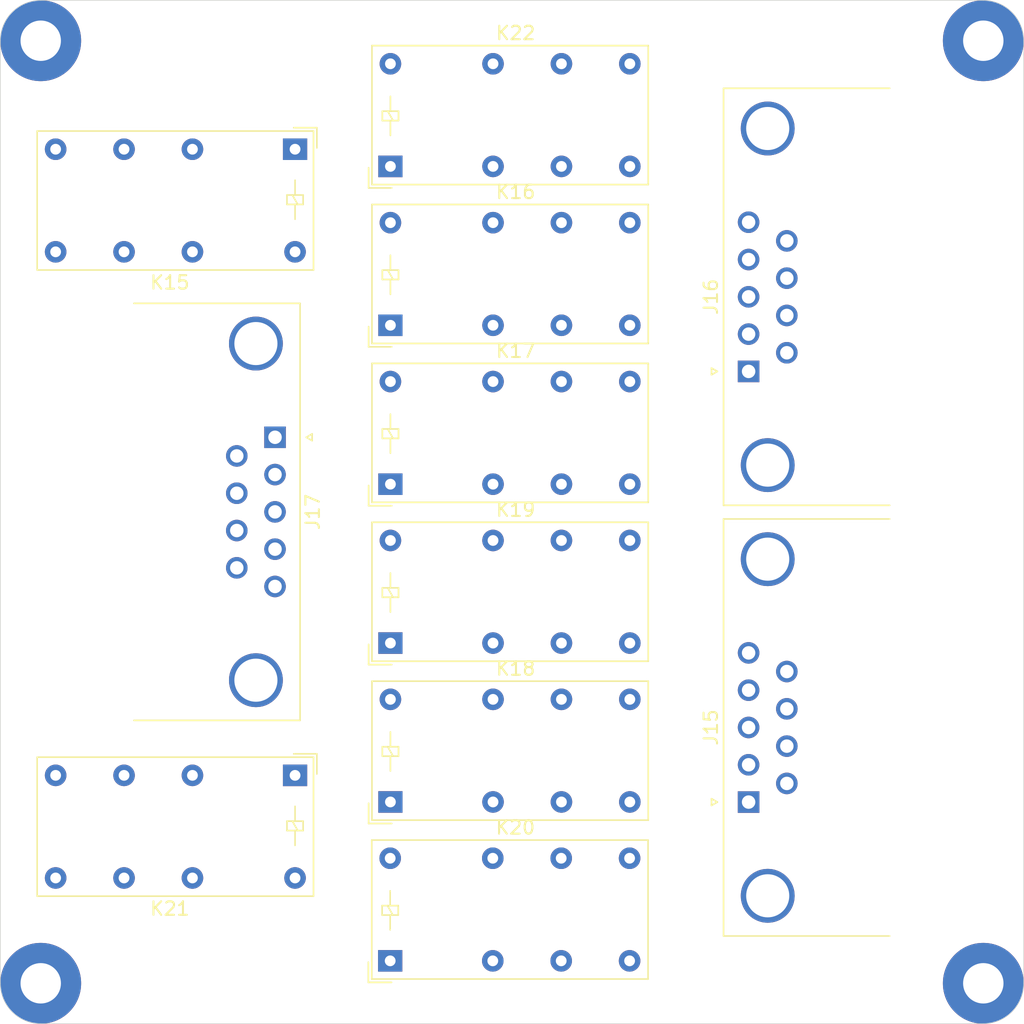
<source format=kicad_pcb>
(kicad_pcb (version 20211014) (generator pcbnew)
  (layers (0 "F.Cu" signal) (31 "B.Cu" signal) (34 "B.Paste" user) (35 "F.Paste" user) (36 "B.SilkS" user "B.Silkscreen") (37 "F.SilkS" user "F.Silkscreen") (38 "B.Mask" user) (39 "F.Mask" user) (44 "Edge.Cuts" user))
  (net 0 "")
  (footprint "Connector_Dsub:DSUB-9_Male_Horizontal_P2.77x2.84mm_EdgePinOffset7.70mm_Housed_MountingHolesOffset9.12mm" (layer "F.Cu") (at 122.830331 90.255001 -90)
    (fp_text reference "J17" (at 5.54 -2.8 90) (layer "F.SilkS"))
    (fp_text value "External COM")
    (fp_line (start -9.945 10.48) (end -9.945 -1.86) (layer "F.SilkS") (width 0.12))
    (fp_line (start 0 -2.321325) (end -0.25 -2.754338) (layer "F.SilkS") (width 0.12))
    (fp_line (start -0.25 -2.754338) (end 0.25 -2.754338) (layer "F.SilkS") (width 0.12))
    (fp_line (start 0.25 -2.754338) (end 0 -2.321325) (layer "F.SilkS") (width 0.12))
    (fp_line (start -9.945 -1.86) (end 21.025 -1.86) (layer "F.SilkS") (width 0.12))
    (fp_line (start 21.025 -1.86) (end 21.025 10.48) (layer "F.SilkS") (width 0.12))
    (pad "0" thru_hole circle (at 18.04 1.42 270) (size 4 4) (drill 3.2) (layers *.Cu *.Mask))
    (pad "0" thru_hole circle (at -6.96 1.42 270) (size 4 4) (drill 3.2) (layers *.Cu *.Mask))
    (pad "1" thru_hole rect (at 0 0 270) (size 1.6 1.6) (drill 1) (layers *.Cu *.Mask))
    (pad "2" thru_hole circle (at 2.77 0 270) (size 1.6 1.6) (drill 1) (layers *.Cu *.Mask))
    (pad "3" thru_hole circle (at 5.54 0 270) (size 1.6 1.6) (drill 1) (layers *.Cu *.Mask))
    (pad "4" thru_hole circle (at 8.31 0 270) (size 1.6 1.6) (drill 1) (layers *.Cu *.Mask))
    (pad "5" thru_hole circle (at 11.08 0 270) (size 1.6 1.6) (drill 1) (layers *.Cu *.Mask))
    (pad "6" thru_hole circle (at 1.385 2.84 270) (size 1.6 1.6) (drill 1) (layers *.Cu *.Mask))
    (pad "7" thru_hole circle (at 4.155 2.84 270) (size 1.6 1.6) (drill 1) (layers *.Cu *.Mask))
    (pad "8" thru_hole circle (at 6.925 2.84 270) (size 1.6 1.6) (drill 1) (layers *.Cu *.Mask))
    (pad "9" thru_hole circle (at 9.695 2.84 270) (size 1.6 1.6) (drill 1) (layers *.Cu *.Mask))
  )
  (footprint "Relay_THT:Relay_DPDT_Finder_30.22" (layer "F.Cu") (at 131.400331 81.9375)
    (fp_text reference "K16" (at 9.3 -9.9) (layer "F.SilkS"))
    (fp_text value "FINDER-40.52")
    (fp_line (start -1.37 1.35) (end -1.37 -8.97) (layer "F.SilkS") (width 0.12))
    (fp_line (start -1.37 -8.97) (end 19.15 -8.97) (layer "F.SilkS") (width 0.12))
    (fp_line (start -0.6 -4.1) (end -0.6 -3.4) (layer "F.SilkS") (width 0.12))
    (fp_line (start 19.15 1.35) (end -1.37 1.35) (layer "F.SilkS") (width 0.12))
    (fp_line (start 0 -3.4) (end 0 -2.3) (layer "F.SilkS") (width 0.12))
    (fp_line (start 0.1 1.6) (end -1.62 1.6) (layer "F.SilkS") (width 0.12))
    (fp_line (start 0.2 -3.4) (end -0.2 -4.1) (layer "F.SilkS") (width 0.12))
    (fp_line (start -0.6 -3.4) (end 0.6 -3.4) (layer "F.SilkS") (width 0.12))
    (fp_line (start 0 -4.1) (end 0 -5.2) (layer "F.SilkS") (width 0.12))
    (fp_line (start 0.6 -3.4) (end 0.6 -4.1) (layer "F.SilkS") (width 0.12))
    (fp_line (start -1.62 1.6) (end -1.62 0.1) (layer "F.SilkS") (width 0.12))
    (fp_line (start 0.6 -4.1) (end -0.6 -4.1) (layer "F.SilkS") (width 0.12))
    (fp_line (start 19.15 -8.97) (end 19.15 1.35) (layer "F.SilkS") (width 0.12))
    (pad "11" thru_hole circle (at 7.62 0 90) (size 1.6 1.6) (drill 0.8) (layers *.Cu *.Mask))
    (pad "12" thru_hole circle (at 12.7 0 90) (size 1.6 1.6) (drill 0.8) (layers *.Cu *.Mask))
    (pad "14" thru_hole circle (at 17.78 0 90) (size 1.6 1.6) (drill 0.8) (layers *.Cu *.Mask))
    (pad "21" thru_hole circle (at 7.62 -7.62 90) (size 1.6 1.6) (drill 0.8) (layers *.Cu *.Mask))
    (pad "22" thru_hole circle (at 12.7 -7.62 90) (size 1.6 1.6) (drill 0.8) (layers *.Cu *.Mask))
    (pad "24" thru_hole circle (at 17.78 -7.62 180) (size 1.6 1.6) (drill 0.8) (layers *.Cu *.Mask))
    (pad "A1" thru_hole rect (at 0 0 90) (size 1.6 1.8) (drill 0.8) (layers *.Cu *.Mask))
    (pad "A2" thru_hole circle (at 0 -7.62 90) (size 1.6 1.6) (drill 0.8) (layers *.Cu *.Mask))
  )
  (footprint "Connector_Dsub:DSUB-9_Male_Horizontal_P2.77x2.84mm_EdgePinOffset7.70mm_Housed_MountingHolesOffset9.12mm" (layer "F.Cu") (at 158 85.363334 90)
    (fp_text reference "J16" (at 5.54 -2.8 90) (layer "F.SilkS"))
    (fp_text value "TS-480 COM")
    (fp_line (start 21.025 -1.86) (end 21.025 10.48) (layer "F.SilkS") (width 0.12))
    (fp_line (start -9.945 -1.86) (end 21.025 -1.86) (layer "F.SilkS") (width 0.12))
    (fp_line (start 0 -2.321325) (end -0.25 -2.754338) (layer "F.SilkS") (width 0.12))
    (fp_line (start -9.945 10.48) (end -9.945 -1.86) (layer "F.SilkS") (width 0.12))
    (fp_line (start 0.25 -2.754338) (end 0 -2.321325) (layer "F.SilkS") (width 0.12))
    (fp_line (start -0.25 -2.754338) (end 0.25 -2.754338) (layer "F.SilkS") (width 0.12))
    (pad "0" thru_hole circle (at -6.96 1.42 90) (size 4 4) (drill 3.2) (layers *.Cu *.Mask))
    (pad "0" thru_hole circle (at 18.04 1.42 90) (size 4 4) (drill 3.2) (layers *.Cu *.Mask))
    (pad "1" thru_hole rect (at 0 0 90) (size 1.6 1.6) (drill 1) (layers *.Cu *.Mask))
    (pad "2" thru_hole circle (at 2.77 0 90) (size 1.6 1.6) (drill 1) (layers *.Cu *.Mask))
    (pad "3" thru_hole circle (at 5.54 0 90) (size 1.6 1.6) (drill 1) (layers *.Cu *.Mask))
    (pad "4" thru_hole circle (at 8.31 0 90) (size 1.6 1.6) (drill 1) (layers *.Cu *.Mask))
    (pad "5" thru_hole circle (at 11.08 0 90) (size 1.6 1.6) (drill 1) (layers *.Cu *.Mask))
    (pad "6" thru_hole circle (at 1.385 2.84 90) (size 1.6 1.6) (drill 1) (layers *.Cu *.Mask))
    (pad "7" thru_hole circle (at 4.155 2.84 90) (size 1.6 1.6) (drill 1) (layers *.Cu *.Mask))
    (pad "8" thru_hole circle (at 6.925 2.84 90) (size 1.6 1.6) (drill 1) (layers *.Cu *.Mask))
    (pad "9" thru_hole circle (at 9.695 2.84 90) (size 1.6 1.6) (drill 1) (layers *.Cu *.Mask))
  )
  (footprint "Relay_THT:Relay_DPDT_Finder_30.22" (layer "F.Cu") (at 131.400331 70.1375)
    (fp_text reference "K22" (at 9.3 -9.9) (layer "F.SilkS"))
    (fp_text value "FINDER-40.52")
    (fp_line (start 0 -4.1) (end 0 -5.2) (layer "F.SilkS") (width 0.12))
    (fp_line (start -0.6 -3.4) (end 0.6 -3.4) (layer "F.SilkS") (width 0.12))
    (fp_line (start -1.37 1.35) (end -1.37 -8.97) (layer "F.SilkS") (width 0.12))
    (fp_line (start -1.37 -8.97) (end 19.15 -8.97) (layer "F.SilkS") (width 0.12))
    (fp_line (start 0.6 -3.4) (end 0.6 -4.1) (layer "F.SilkS") (width 0.12))
    (fp_line (start -1.62 1.6) (end -1.62 0.1) (layer "F.SilkS") (width 0.12))
    (fp_line (start -0.6 -4.1) (end -0.6 -3.4) (layer "F.SilkS") (width 0.12))
    (fp_line (start 19.15 -8.97) (end 19.15 1.35) (layer "F.SilkS") (width 0.12))
    (fp_line (start 0.2 -3.4) (end -0.2 -4.1) (layer "F.SilkS") (width 0.12))
    (fp_line (start 0 -3.4) (end 0 -2.3) (layer "F.SilkS") (width 0.12))
    (fp_line (start 19.15 1.35) (end -1.37 1.35) (layer "F.SilkS") (width 0.12))
    (fp_line (start 0.6 -4.1) (end -0.6 -4.1) (layer "F.SilkS") (width 0.12))
    (fp_line (start 0.1 1.6) (end -1.62 1.6) (layer "F.SilkS") (width 0.12))
    (pad "11" thru_hole circle (at 7.62 0 90) (size 1.6 1.6) (drill 0.8) (layers *.Cu *.Mask))
    (pad "12" thru_hole circle (at 12.7 0 90) (size 1.6 1.6) (drill 0.8) (layers *.Cu *.Mask))
    (pad "14" thru_hole circle (at 17.78 0 90) (size 1.6 1.6) (drill 0.8) (layers *.Cu *.Mask))
    (pad "21" thru_hole circle (at 7.62 -7.62 90) (size 1.6 1.6) (drill 0.8) (layers *.Cu *.Mask))
    (pad "22" thru_hole circle (at 12.7 -7.62 90) (size 1.6 1.6) (drill 0.8) (layers *.Cu *.Mask))
    (pad "24" thru_hole circle (at 17.78 -7.62 180) (size 1.6 1.6) (drill 0.8) (layers *.Cu *.Mask))
    (pad "A1" thru_hole rect (at 0 0 90) (size 1.6 1.8) (drill 0.8) (layers *.Cu *.Mask))
    (pad "A2" thru_hole circle (at 0 -7.62 90) (size 1.6 1.6) (drill 0.8) (layers *.Cu *.Mask))
  )
  (footprint "Relay_THT:Relay_DPDT_Finder_30.22" (layer "F.Cu") (at 124.3175 115.3625 180)
    (fp_text reference "K21" (at 9.3 -9.9) (layer "F.SilkS"))
    (fp_text value "FINDER-40.52")
    (fp_line (start 0.6 -4.1) (end -0.6 -4.1) (layer "F.SilkS") (width 0.12))
    (fp_line (start -0.6 -4.1) (end -0.6 -3.4) (layer "F.SilkS") (width 0.12))
    (fp_line (start -0.6 -3.4) (end 0.6 -3.4) (layer "F.SilkS") (width 0.12))
    (fp_line (start 0.2 -3.4) (end -0.2 -4.1) (layer "F.SilkS") (width 0.12))
    (fp_line (start 19.15 1.35) (end -1.37 1.35) (layer "F.SilkS") (width 0.12))
    (fp_line (start 0.6 -3.4) (end 0.6 -4.1) (layer "F.SilkS") (width 0.12))
    (fp_line (start -1.37 -8.97) (end 19.15 -8.97) (layer "F.SilkS") (width 0.12))
    (fp_line (start 19.15 -8.97) (end 19.15 1.35) (layer "F.SilkS") (width 0.12))
    (fp_line (start -1.37 1.35) (end -1.37 -8.97) (layer "F.SilkS") (width 0.12))
    (fp_line (start -1.62 1.6) (end -1.62 0.1) (layer "F.SilkS") (width 0.12))
    (fp_line (start 0 -3.4) (end 0 -2.3) (layer "F.SilkS") (width 0.12))
    (fp_line (start 0.1 1.6) (end -1.62 1.6) (layer "F.SilkS") (width 0.12))
    (fp_line (start 0 -4.1) (end 0 -5.2) (layer "F.SilkS") (width 0.12))
    (pad "11" thru_hole circle (at 7.62 0 270) (size 1.6 1.6) (drill 0.8) (layers *.Cu *.Mask))
    (pad "12" thru_hole circle (at 12.7 0 270) (size 1.6 1.6) (drill 0.8) (layers *.Cu *.Mask))
    (pad "14" thru_hole circle (at 17.78 0 270) (size 1.6 1.6) (drill 0.8) (layers *.Cu *.Mask))
    (pad "21" thru_hole circle (at 7.62 -7.62 270) (size 1.6 1.6) (drill 0.8) (layers *.Cu *.Mask))
    (pad "22" thru_hole circle (at 12.7 -7.62 270) (size 1.6 1.6) (drill 0.8) (layers *.Cu *.Mask))
    (pad "24" thru_hole circle (at 17.78 -7.62) (size 1.6 1.6) (drill 0.8) (layers *.Cu *.Mask))
    (pad "A1" thru_hole rect (at 0 0 270) (size 1.6 1.8) (drill 0.8) (layers *.Cu *.Mask))
    (pad "A2" thru_hole circle (at 0 -7.62 270) (size 1.6 1.6) (drill 0.8) (layers *.Cu *.Mask))
  )
  (footprint "Connector_Dsub:DSUB-9_Male_Horizontal_P2.77x2.84mm_EdgePinOffset7.70mm_Housed_MountingHolesOffset9.12mm" (layer "F.Cu") (at 158 117.346667 90)
    (fp_text reference "J15" (at 5.54 -2.8 90) (layer "F.SilkS"))
    (fp_text value "D-700 COM")
    (fp_line (start 0.25 -2.754338) (end 0 -2.321325) (layer "F.SilkS") (width 0.12))
    (fp_line (start -9.945 -1.86) (end 21.025 -1.86) (layer "F.SilkS") (width 0.12))
    (fp_line (start -0.25 -2.754338) (end 0.25 -2.754338) (layer "F.SilkS") (width 0.12))
    (fp_line (start -9.945 10.48) (end -9.945 -1.86) (layer "F.SilkS") (width 0.12))
    (fp_line (start 21.025 -1.86) (end 21.025 10.48) (layer "F.SilkS") (width 0.12))
    (fp_line (start 0 -2.321325) (end -0.25 -2.754338) (layer "F.SilkS") (width 0.12))
    (pad "0" thru_hole circle (at -6.96 1.42 90) (size 4 4) (drill 3.2) (layers *.Cu *.Mask))
    (pad "0" thru_hole circle (at 18.04 1.42 90) (size 4 4) (drill 3.2) (layers *.Cu *.Mask))
    (pad "1" thru_hole rect (at 0 0 90) (size 1.6 1.6) (drill 1) (layers *.Cu *.Mask))
    (pad "2" thru_hole circle (at 2.77 0 90) (size 1.6 1.6) (drill 1) (layers *.Cu *.Mask))
    (pad "3" thru_hole circle (at 5.54 0 90) (size 1.6 1.6) (drill 1) (layers *.Cu *.Mask))
    (pad "4" thru_hole circle (at 8.31 0 90) (size 1.6 1.6) (drill 1) (layers *.Cu *.Mask))
    (pad "5" thru_hole circle (at 11.08 0 90) (size 1.6 1.6) (drill 1) (layers *.Cu *.Mask))
    (pad "6" thru_hole circle (at 1.385 2.84 90) (size 1.6 1.6) (drill 1) (layers *.Cu *.Mask))
    (pad "7" thru_hole circle (at 4.155 2.84 90) (size 1.6 1.6) (drill 1) (layers *.Cu *.Mask))
    (pad "8" thru_hole circle (at 6.925 2.84 90) (size 1.6 1.6) (drill 1) (layers *.Cu *.Mask))
    (pad "9" thru_hole circle (at 9.695 2.84 90) (size 1.6 1.6) (drill 1) (layers *.Cu *.Mask))
  )
  (footprint "Relay_THT:Relay_DPDT_Finder_30.22" (layer "F.Cu") (at 131.400331 105.5375)
    (fp_text reference "K19" (at 9.3 -9.9) (layer "F.SilkS"))
    (fp_text value "FINDER-40.52")
    (fp_line (start 0.6 -4.1) (end -0.6 -4.1) (layer "F.SilkS") (width 0.12))
    (fp_line (start 19.15 -8.97) (end 19.15 1.35) (layer "F.SilkS") (width 0.12))
    (fp_line (start 0.6 -3.4) (end 0.6 -4.1) (layer "F.SilkS") (width 0.12))
    (fp_line (start 0.1 1.6) (end -1.62 1.6) (layer "F.SilkS") (width 0.12))
    (fp_line (start 19.15 1.35) (end -1.37 1.35) (layer "F.SilkS") (width 0.12))
    (fp_line (start 0.2 -3.4) (end -0.2 -4.1) (layer "F.SilkS") (width 0.12))
    (fp_line (start -0.6 -3.4) (end 0.6 -3.4) (layer "F.SilkS") (width 0.12))
    (fp_line (start -1.37 1.35) (end -1.37 -8.97) (layer "F.SilkS") (width 0.12))
    (fp_line (start -1.37 -8.97) (end 19.15 -8.97) (layer "F.SilkS") (width 0.12))
    (fp_line (start 0 -4.1) (end 0 -5.2) (layer "F.SilkS") (width 0.12))
    (fp_line (start 0 -3.4) (end 0 -2.3) (layer "F.SilkS") (width 0.12))
    (fp_line (start -1.62 1.6) (end -1.62 0.1) (layer "F.SilkS") (width 0.12))
    (fp_line (start -0.6 -4.1) (end -0.6 -3.4) (layer "F.SilkS") (width 0.12))
    (pad "11" thru_hole circle (at 7.62 0 90) (size 1.6 1.6) (drill 0.8) (layers *.Cu *.Mask))
    (pad "12" thru_hole circle (at 12.7 0 90) (size 1.6 1.6) (drill 0.8) (layers *.Cu *.Mask))
    (pad "14" thru_hole circle (at 17.78 0 90) (size 1.6 1.6) (drill 0.8) (layers *.Cu *.Mask))
    (pad "21" thru_hole circle (at 7.62 -7.62 90) (size 1.6 1.6) (drill 0.8) (layers *.Cu *.Mask))
    (pad "22" thru_hole circle (at 12.7 -7.62 90) (size 1.6 1.6) (drill 0.8) (layers *.Cu *.Mask))
    (pad "24" thru_hole circle (at 17.78 -7.62 180) (size 1.6 1.6) (drill 0.8) (layers *.Cu *.Mask))
    (pad "A1" thru_hole rect (at 0 0 90) (size 1.6 1.8) (drill 0.8) (layers *.Cu *.Mask))
    (pad "A2" thru_hole circle (at 0 -7.62 90) (size 1.6 1.6) (drill 0.8) (layers *.Cu *.Mask))
  )
  (footprint "Relay_THT:Relay_DPDT_Finder_30.22" (layer "F.Cu") (at 124.3175 68.8625 180)
    (fp_text reference "K15" (at 9.3 -9.9) (layer "F.SilkS"))
    (fp_text value "FINDER-40.52")
    (fp_line (start -1.37 1.35) (end -1.37 -8.97) (layer "F.SilkS") (width 0.12))
    (fp_line (start 0.6 -3.4) (end 0.6 -4.1) (layer "F.SilkS") (width 0.12))
    (fp_line (start 0 -3.4) (end 0 -2.3) (layer "F.SilkS") (width 0.12))
    (fp_line (start 19.15 -8.97) (end 19.15 1.35) (layer "F.SilkS") (width 0.12))
    (fp_line (start -0.6 -4.1) (end -0.6 -3.4) (layer "F.SilkS") (width 0.12))
    (fp_line (start 0.2 -3.4) (end -0.2 -4.1) (layer "F.SilkS") (width 0.12))
    (fp_line (start 0 -4.1) (end 0 -5.2) (layer "F.SilkS") (width 0.12))
    (fp_line (start -1.62 1.6) (end -1.62 0.1) (layer "F.SilkS") (width 0.12))
    (fp_line (start -0.6 -3.4) (end 0.6 -3.4) (layer "F.SilkS") (width 0.12))
    (fp_line (start 0.6 -4.1) (end -0.6 -4.1) (layer "F.SilkS") (width 0.12))
    (fp_line (start 19.15 1.35) (end -1.37 1.35) (layer "F.SilkS") (width 0.12))
    (fp_line (start -1.37 -8.97) (end 19.15 -8.97) (layer "F.SilkS") (width 0.12))
    (fp_line (start 0.1 1.6) (end -1.62 1.6) (layer "F.SilkS") (width 0.12))
    (pad "11" thru_hole circle (at 7.62 0 270) (size 1.6 1.6) (drill 0.8) (layers *.Cu *.Mask))
    (pad "12" thru_hole circle (at 12.7 0 270) (size 1.6 1.6) (drill 0.8) (layers *.Cu *.Mask))
    (pad "14" thru_hole circle (at 17.78 0 270) (size 1.6 1.6) (drill 0.8) (layers *.Cu *.Mask))
    (pad "21" thru_hole circle (at 7.62 -7.62 270) (size 1.6 1.6) (drill 0.8) (layers *.Cu *.Mask))
    (pad "22" thru_hole circle (at 12.7 -7.62 270) (size 1.6 1.6) (drill 0.8) (layers *.Cu *.Mask))
    (pad "24" thru_hole circle (at 17.78 -7.62) (size 1.6 1.6) (drill 0.8) (layers *.Cu *.Mask))
    (pad "A1" thru_hole rect (at 0 0 270) (size 1.6 1.8) (drill 0.8) (layers *.Cu *.Mask))
    (pad "A2" thru_hole circle (at 0 -7.62 270) (size 1.6 1.6) (drill 0.8) (layers *.Cu *.Mask))
  )
  (footprint "Relay_THT:Relay_DPDT_Finder_30.22" (layer "F.Cu") (at 131.400331 117.3375)
    (fp_text reference "K18" (at 9.3 -9.9) (layer "F.SilkS"))
    (fp_text value "FINDER-40.52")
    (fp_line (start -1.37 1.35) (end -1.37 -8.97) (layer "F.SilkS") (width 0.12))
    (fp_line (start 0.6 -4.1) (end -0.6 -4.1) (layer "F.SilkS") (width 0.12))
    (fp_line (start -1.62 1.6) (end -1.62 0.1) (layer "F.SilkS") (width 0.12))
    (fp_line (start -0.6 -4.1) (end -0.6 -3.4) (layer "F.SilkS") (width 0.12))
    (fp_line (start 0.6 -3.4) (end 0.6 -4.1) (layer "F.SilkS") (width 0.12))
    (fp_line (start 0 -4.1) (end 0 -5.2) (layer "F.SilkS") (width 0.12))
    (fp_line (start 19.15 1.35) (end -1.37 1.35) (layer "F.SilkS") (width 0.12))
    (fp_line (start 0.2 -3.4) (end -0.2 -4.1) (layer "F.SilkS") (width 0.12))
    (fp_line (start 0.1 1.6) (end -1.62 1.6) (layer "F.SilkS") (width 0.12))
    (fp_line (start 0 -3.4) (end 0 -2.3) (layer "F.SilkS") (width 0.12))
    (fp_line (start -1.37 -8.97) (end 19.15 -8.97) (layer "F.SilkS") (width 0.12))
    (fp_line (start -0.6 -3.4) (end 0.6 -3.4) (layer "F.SilkS") (width 0.12))
    (fp_line (start 19.15 -8.97) (end 19.15 1.35) (layer "F.SilkS") (width 0.12))
    (pad "11" thru_hole circle (at 7.62 0 90) (size 1.6 1.6) (drill 0.8) (layers *.Cu *.Mask))
    (pad "12" thru_hole circle (at 12.7 0 90) (size 1.6 1.6) (drill 0.8) (layers *.Cu *.Mask))
    (pad "14" thru_hole circle (at 17.78 0 90) (size 1.6 1.6) (drill 0.8) (layers *.Cu *.Mask))
    (pad "21" thru_hole circle (at 7.62 -7.62 90) (size 1.6 1.6) (drill 0.8) (layers *.Cu *.Mask))
    (pad "22" thru_hole circle (at 12.7 -7.62 90) (size 1.6 1.6) (drill 0.8) (layers *.Cu *.Mask))
    (pad "24" thru_hole circle (at 17.78 -7.62 180) (size 1.6 1.6) (drill 0.8) (layers *.Cu *.Mask))
    (pad "A1" thru_hole rect (at 0 0 90) (size 1.6 1.8) (drill 0.8) (layers *.Cu *.Mask))
    (pad "A2" thru_hole circle (at 0 -7.62 90) (size 1.6 1.6) (drill 0.8) (layers *.Cu *.Mask))
  )
  (footprint "Relay_THT:Relay_DPDT_Finder_30.22" (layer "F.Cu") (at 131.3825 129.1375)
    (fp_text reference "K20" (at 9.3 -9.9) (layer "F.SilkS"))
    (fp_text value "FINDER-40.52")
    (fp_line (start -1.37 1.35) (end -1.37 -8.97) (layer "F.SilkS") (width 0.12))
    (fp_line (start -0.6 -3.4) (end 0.6 -3.4) (layer "F.SilkS") (width 0.12))
    (fp_line (start 19.15 -8.97) (end 19.15 1.35) (layer "F.SilkS") (width 0.12))
    (fp_line (start 19.15 1.35) (end -1.37 1.35) (layer "F.SilkS") (width 0.12))
    (fp_line (start -1.62 1.6) (end -1.62 0.1) (layer "F.SilkS") (width 0.12))
    (fp_line (start 0.1 1.6) (end -1.62 1.6) (layer "F.SilkS") (width 0.12))
    (fp_line (start 0.6 -4.1) (end -0.6 -4.1) (layer "F.SilkS") (width 0.12))
    (fp_line (start 0 -3.4) (end 0 -2.3) (layer "F.SilkS") (width 0.12))
    (fp_line (start -0.6 -4.1) (end -0.6 -3.4) (layer "F.SilkS") (width 0.12))
    (fp_line (start -1.37 -8.97) (end 19.15 -8.97) (layer "F.SilkS") (width 0.12))
    (fp_line (start 0 -4.1) (end 0 -5.2) (layer "F.SilkS") (width 0.12))
    (fp_line (start 0.2 -3.4) (end -0.2 -4.1) (layer "F.SilkS") (width 0.12))
    (fp_line (start 0.6 -3.4) (end 0.6 -4.1) (layer "F.SilkS") (width 0.12))
    (pad "11" thru_hole circle (at 7.62 0 90) (size 1.6 1.6) (drill 0.8) (layers *.Cu *.Mask))
    (pad "12" thru_hole circle (at 12.7 0 90) (size 1.6 1.6) (drill 0.8) (layers *.Cu *.Mask))
    (pad "14" thru_hole circle (at 17.78 0 90) (size 1.6 1.6) (drill 0.8) (layers *.Cu *.Mask))
    (pad "21" thru_hole circle (at 7.62 -7.62 90) (size 1.6 1.6) (drill 0.8) (layers *.Cu *.Mask))
    (pad "22" thru_hole circle (at 12.7 -7.62 90) (size 1.6 1.6) (drill 0.8) (layers *.Cu *.Mask))
    (pad "24" thru_hole circle (at 17.78 -7.62 180) (size 1.6 1.6) (drill 0.8) (layers *.Cu *.Mask))
    (pad "A1" thru_hole rect (at 0 0 90) (size 1.6 1.8) (drill 0.8) (layers *.Cu *.Mask))
    (pad "A2" thru_hole circle (at 0 -7.62 90) (size 1.6 1.6) (drill 0.8) (layers *.Cu *.Mask))
  )
  (footprint "Relay_THT:Relay_DPDT_Finder_30.22" (layer "F.Cu") (at 131.400331 93.7375)
    (fp_text reference "K17" (at 9.3 -9.9) (layer "F.SilkS"))
    (fp_text value "FINDER-40.52")
    (fp_line (start -0.6 -3.4) (end 0.6 -3.4) (layer "F.SilkS") (width 0.12))
    (fp_line (start 0.6 -4.1) (end -0.6 -4.1) (layer "F.SilkS") (width 0.12))
    (fp_line (start 0 -3.4) (end 0 -2.3) (layer "F.SilkS") (width 0.12))
    (fp_line (start 19.15 -8.97) (end 19.15 1.35) (layer "F.SilkS") (width 0.12))
    (fp_line (start 0 -4.1) (end 0 -5.2) (layer "F.SilkS") (width 0.12))
    (fp_line (start -1.62 1.6) (end -1.62 0.1) (layer "F.SilkS") (width 0.12))
    (fp_line (start -0.6 -4.1) (end -0.6 -3.4) (layer "F.SilkS") (width 0.12))
    (fp_line (start -1.37 -8.97) (end 19.15 -8.97) (layer "F.SilkS") (width 0.12))
    (fp_line (start 19.15 1.35) (end -1.37 1.35) (layer "F.SilkS") (width 0.12))
    (fp_line (start 0.1 1.6) (end -1.62 1.6) (layer "F.SilkS") (width 0.12))
    (fp_line (start -1.37 1.35) (end -1.37 -8.97) (layer "F.SilkS") (width 0.12))
    (fp_line (start 0.6 -3.4) (end 0.6 -4.1) (layer "F.SilkS") (width 0.12))
    (fp_line (start 0.2 -3.4) (end -0.2 -4.1) (layer "F.SilkS") (width 0.12))
    (pad "11" thru_hole circle (at 7.62 0 90) (size 1.6 1.6) (drill 0.8) (layers *.Cu *.Mask))
    (pad "12" thru_hole circle (at 12.7 0 90) (size 1.6 1.6) (drill 0.8) (layers *.Cu *.Mask))
    (pad "14" thru_hole circle (at 17.78 0 90) (size 1.6 1.6) (drill 0.8) (layers *.Cu *.Mask))
    (pad "21" thru_hole circle (at 7.62 -7.62 90) (size 1.6 1.6) (drill 0.8) (layers *.Cu *.Mask))
    (pad "22" thru_hole circle (at 12.7 -7.62 90) (size 1.6 1.6) (drill 0.8) (layers *.Cu *.Mask))
    (pad "24" thru_hole circle (at 17.78 -7.62 180) (size 1.6 1.6) (drill 0.8) (layers *.Cu *.Mask))
    (pad "A1" thru_hole rect (at 0 0 90) (size 1.6 1.8) (drill 0.8) (layers *.Cu *.Mask))
    (pad "A2" thru_hole circle (at 0 -7.62 90) (size 1.6 1.6) (drill 0.8) (layers *.Cu *.Mask))
  )
  (footprint "" (layer "B.Cu") (at 105.430331 60.805001 180)
    (fp_text reference "H2" (at 0 0) (layer "B.SilkS") (effects (font (size 1.27 1.27)) (justify mirror)))
    (fp_text value "MountingHole_Pad" hide)
    (pad "1" thru_hole circle (at 0 0 180) (size 6 6) (drill 3) (layers *.Cu *.Mask))
  )
  (footprint "" (layer "B.Cu") (at 175.430331 130.805001 180)
    (fp_text reference "H4" (at 0 0) (layer "B.SilkS") (effects (font (size 1.27 1.27)) (justify mirror)))
    (fp_text value "MountingHole_Pad" hide)
    (pad "1" thru_hole circle (at 0 0 180) (size 6 6) (drill 3) (layers *.Cu *.Mask))
  )
  (footprint "" (layer "B.Cu") (at 175.430331 60.805001 180)
    (fp_text reference "H1" (at 0 0) (layer "B.SilkS") (effects (font (size 1.27 1.27)) (justify mirror)))
    (fp_text value "MountingHole_Pad" hide)
    (pad "1" thru_hole circle (at 0 0 180) (size 6 6) (drill 3) (layers *.Cu *.Mask))
  )
  (footprint "" (layer "B.Cu") (at 105.430331 130.805001 180)
    (fp_text reference "H3" (at 0 0) (layer "B.SilkS") (effects (font (size 1.27 1.27)) (justify mirror)))
    (fp_text value "MountingHole_Pad" hide)
    (pad "1" thru_hole circle (at 0 0 180) (size 6 6) (drill 3) (layers *.Cu *.Mask))
  )
  (gr_line (start 105.430331 133.805001) (end 175.430331 133.805001) (layer "Edge.Cuts") (width 0.05))
  (gr_line (start 175.430331 57.805001) (end 105.430331 57.805001) (layer "Edge.Cuts") (width 0.05))
  (gr_line (start 102.430331 60.805001) (end 102.430331 130.805001) (layer "Edge.Cuts") (width 0.05))
  (gr_arc (start 105.430331 133.805001) (mid 103.309011 132.926321) (end 102.430331 130.805001) (layer "Edge.Cuts") (width 0.05))
  (gr_line (start 178.430331 130.805001) (end 178.430331 60.805001) (layer "Edge.Cuts") (width 0.05))
  (gr_arc (start 102.430331 60.805001) (mid 103.309011 58.683681) (end 105.430331 57.805001) (layer "Edge.Cuts") (width 0.05))
  (gr_arc (start 175.430331 57.805001) (mid 177.551651 58.683681) (end 178.430331 60.805001) (layer "Edge.Cuts") (width 0.05))
  (gr_arc (start 178.430331 130.805001) (mid 177.551651 132.926321) (end 175.430331 133.805001) (layer "Edge.Cuts") (width 0.05))
)
</source>
